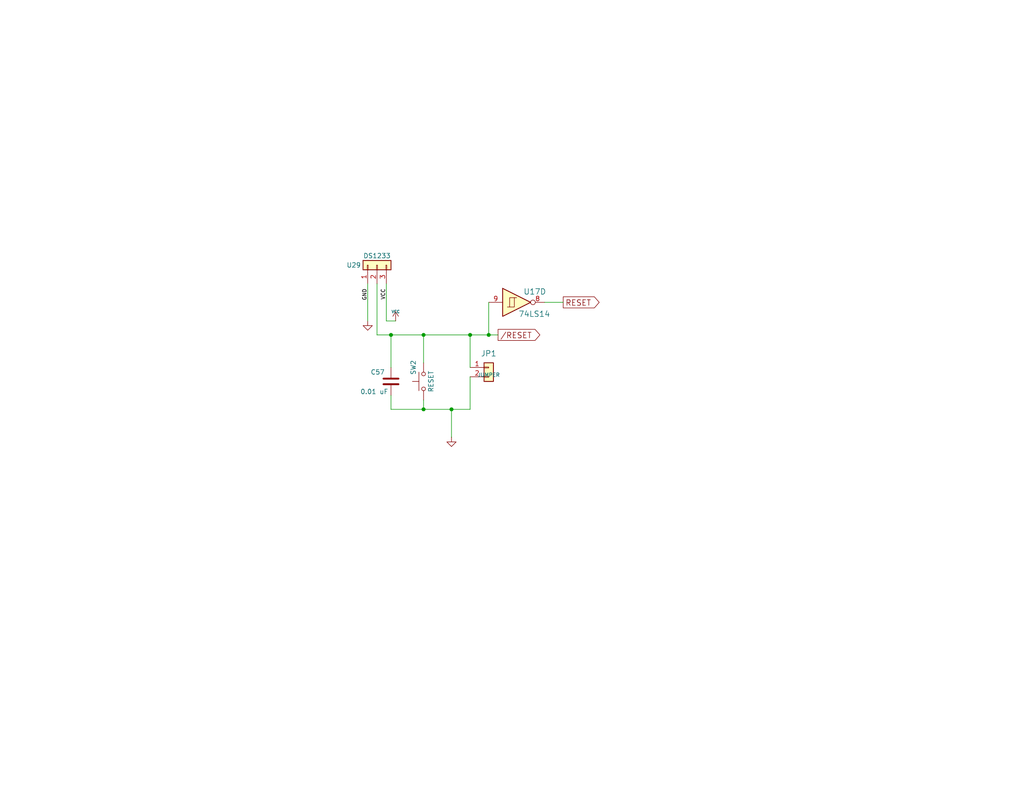
<source format=kicad_sch>
(kicad_sch
	(version 20250114)
	(generator "eeschema")
	(generator_version "9.0")
	(uuid "398f8c0a-b66e-4a20-ae32-57df5bdf4e3a")
	(paper "A")
	(title_block
		(title "6502PC")
		(date "2025-10-05")
		(rev "001")
		(comment 1 "https://github.com/danwerner21/6502PC")
		(comment 2 "Based on work by Andrew Lynch and John Coffman")
	)
	(lib_symbols
		(symbol "74xx:74LS14"
			(pin_names
				(offset 1.016)
			)
			(exclude_from_sim no)
			(in_bom yes)
			(on_board yes)
			(property "Reference" "U"
				(at 0 1.27 0)
				(effects
					(font
						(size 1.27 1.27)
					)
				)
			)
			(property "Value" "74LS14"
				(at 0 -1.27 0)
				(effects
					(font
						(size 1.27 1.27)
					)
				)
			)
			(property "Footprint" ""
				(at 0 0 0)
				(effects
					(font
						(size 1.27 1.27)
					)
					(hide yes)
				)
			)
			(property "Datasheet" "http://www.ti.com/lit/gpn/sn74LS14"
				(at 0 0 0)
				(effects
					(font
						(size 1.27 1.27)
					)
					(hide yes)
				)
			)
			(property "Description" "Hex inverter schmitt trigger"
				(at 0 0 0)
				(effects
					(font
						(size 1.27 1.27)
					)
					(hide yes)
				)
			)
			(property "ki_locked" ""
				(at 0 0 0)
				(effects
					(font
						(size 1.27 1.27)
					)
				)
			)
			(property "ki_keywords" "TTL not inverter"
				(at 0 0 0)
				(effects
					(font
						(size 1.27 1.27)
					)
					(hide yes)
				)
			)
			(property "ki_fp_filters" "DIP*W7.62mm*"
				(at 0 0 0)
				(effects
					(font
						(size 1.27 1.27)
					)
					(hide yes)
				)
			)
			(symbol "74LS14_1_0"
				(polyline
					(pts
						(xy -3.81 3.81) (xy -3.81 -3.81) (xy 3.81 0) (xy -3.81 3.81)
					)
					(stroke
						(width 0.254)
						(type default)
					)
					(fill
						(type background)
					)
				)
				(pin input line
					(at -7.62 0 0)
					(length 3.81)
					(name "~"
						(effects
							(font
								(size 1.27 1.27)
							)
						)
					)
					(number "1"
						(effects
							(font
								(size 1.27 1.27)
							)
						)
					)
				)
				(pin output inverted
					(at 7.62 0 180)
					(length 3.81)
					(name "~"
						(effects
							(font
								(size 1.27 1.27)
							)
						)
					)
					(number "2"
						(effects
							(font
								(size 1.27 1.27)
							)
						)
					)
				)
			)
			(symbol "74LS14_1_1"
				(polyline
					(pts
						(xy -2.54 -1.27) (xy -0.635 -1.27) (xy -0.635 1.27) (xy 0 1.27)
					)
					(stroke
						(width 0)
						(type default)
					)
					(fill
						(type none)
					)
				)
				(polyline
					(pts
						(xy -1.905 -1.27) (xy -1.905 1.27) (xy -0.635 1.27)
					)
					(stroke
						(width 0)
						(type default)
					)
					(fill
						(type none)
					)
				)
			)
			(symbol "74LS14_2_0"
				(polyline
					(pts
						(xy -3.81 3.81) (xy -3.81 -3.81) (xy 3.81 0) (xy -3.81 3.81)
					)
					(stroke
						(width 0.254)
						(type default)
					)
					(fill
						(type background)
					)
				)
				(pin input line
					(at -7.62 0 0)
					(length 3.81)
					(name "~"
						(effects
							(font
								(size 1.27 1.27)
							)
						)
					)
					(number "3"
						(effects
							(font
								(size 1.27 1.27)
							)
						)
					)
				)
				(pin output inverted
					(at 7.62 0 180)
					(length 3.81)
					(name "~"
						(effects
							(font
								(size 1.27 1.27)
							)
						)
					)
					(number "4"
						(effects
							(font
								(size 1.27 1.27)
							)
						)
					)
				)
			)
			(symbol "74LS14_2_1"
				(polyline
					(pts
						(xy -2.54 -1.27) (xy -0.635 -1.27) (xy -0.635 1.27) (xy 0 1.27)
					)
					(stroke
						(width 0)
						(type default)
					)
					(fill
						(type none)
					)
				)
				(polyline
					(pts
						(xy -1.905 -1.27) (xy -1.905 1.27) (xy -0.635 1.27)
					)
					(stroke
						(width 0)
						(type default)
					)
					(fill
						(type none)
					)
				)
			)
			(symbol "74LS14_3_0"
				(polyline
					(pts
						(xy -3.81 3.81) (xy -3.81 -3.81) (xy 3.81 0) (xy -3.81 3.81)
					)
					(stroke
						(width 0.254)
						(type default)
					)
					(fill
						(type background)
					)
				)
				(pin input line
					(at -7.62 0 0)
					(length 3.81)
					(name "~"
						(effects
							(font
								(size 1.27 1.27)
							)
						)
					)
					(number "5"
						(effects
							(font
								(size 1.27 1.27)
							)
						)
					)
				)
				(pin output inverted
					(at 7.62 0 180)
					(length 3.81)
					(name "~"
						(effects
							(font
								(size 1.27 1.27)
							)
						)
					)
					(number "6"
						(effects
							(font
								(size 1.27 1.27)
							)
						)
					)
				)
			)
			(symbol "74LS14_3_1"
				(polyline
					(pts
						(xy -2.54 -1.27) (xy -0.635 -1.27) (xy -0.635 1.27) (xy 0 1.27)
					)
					(stroke
						(width 0)
						(type default)
					)
					(fill
						(type none)
					)
				)
				(polyline
					(pts
						(xy -1.905 -1.27) (xy -1.905 1.27) (xy -0.635 1.27)
					)
					(stroke
						(width 0)
						(type default)
					)
					(fill
						(type none)
					)
				)
			)
			(symbol "74LS14_4_0"
				(polyline
					(pts
						(xy -3.81 3.81) (xy -3.81 -3.81) (xy 3.81 0) (xy -3.81 3.81)
					)
					(stroke
						(width 0.254)
						(type default)
					)
					(fill
						(type background)
					)
				)
				(pin input line
					(at -7.62 0 0)
					(length 3.81)
					(name "~"
						(effects
							(font
								(size 1.27 1.27)
							)
						)
					)
					(number "9"
						(effects
							(font
								(size 1.27 1.27)
							)
						)
					)
				)
				(pin output inverted
					(at 7.62 0 180)
					(length 3.81)
					(name "~"
						(effects
							(font
								(size 1.27 1.27)
							)
						)
					)
					(number "8"
						(effects
							(font
								(size 1.27 1.27)
							)
						)
					)
				)
			)
			(symbol "74LS14_4_1"
				(polyline
					(pts
						(xy -2.54 -1.27) (xy -0.635 -1.27) (xy -0.635 1.27) (xy 0 1.27)
					)
					(stroke
						(width 0)
						(type default)
					)
					(fill
						(type none)
					)
				)
				(polyline
					(pts
						(xy -1.905 -1.27) (xy -1.905 1.27) (xy -0.635 1.27)
					)
					(stroke
						(width 0)
						(type default)
					)
					(fill
						(type none)
					)
				)
			)
			(symbol "74LS14_5_0"
				(polyline
					(pts
						(xy -3.81 3.81) (xy -3.81 -3.81) (xy 3.81 0) (xy -3.81 3.81)
					)
					(stroke
						(width 0.254)
						(type default)
					)
					(fill
						(type background)
					)
				)
				(pin input line
					(at -7.62 0 0)
					(length 3.81)
					(name "~"
						(effects
							(font
								(size 1.27 1.27)
							)
						)
					)
					(number "11"
						(effects
							(font
								(size 1.27 1.27)
							)
						)
					)
				)
				(pin output inverted
					(at 7.62 0 180)
					(length 3.81)
					(name "~"
						(effects
							(font
								(size 1.27 1.27)
							)
						)
					)
					(number "10"
						(effects
							(font
								(size 1.27 1.27)
							)
						)
					)
				)
			)
			(symbol "74LS14_5_1"
				(polyline
					(pts
						(xy -2.54 -1.27) (xy -0.635 -1.27) (xy -0.635 1.27) (xy 0 1.27)
					)
					(stroke
						(width 0)
						(type default)
					)
					(fill
						(type none)
					)
				)
				(polyline
					(pts
						(xy -1.905 -1.27) (xy -1.905 1.27) (xy -0.635 1.27)
					)
					(stroke
						(width 0)
						(type default)
					)
					(fill
						(type none)
					)
				)
			)
			(symbol "74LS14_6_0"
				(polyline
					(pts
						(xy -3.81 3.81) (xy -3.81 -3.81) (xy 3.81 0) (xy -3.81 3.81)
					)
					(stroke
						(width 0.254)
						(type default)
					)
					(fill
						(type background)
					)
				)
				(pin input line
					(at -7.62 0 0)
					(length 3.81)
					(name "~"
						(effects
							(font
								(size 1.27 1.27)
							)
						)
					)
					(number "13"
						(effects
							(font
								(size 1.27 1.27)
							)
						)
					)
				)
				(pin output inverted
					(at 7.62 0 180)
					(length 3.81)
					(name "~"
						(effects
							(font
								(size 1.27 1.27)
							)
						)
					)
					(number "12"
						(effects
							(font
								(size 1.27 1.27)
							)
						)
					)
				)
			)
			(symbol "74LS14_6_1"
				(polyline
					(pts
						(xy -2.54 -1.27) (xy -0.635 -1.27) (xy -0.635 1.27) (xy 0 1.27)
					)
					(stroke
						(width 0)
						(type default)
					)
					(fill
						(type none)
					)
				)
				(polyline
					(pts
						(xy -1.905 -1.27) (xy -1.905 1.27) (xy -0.635 1.27)
					)
					(stroke
						(width 0)
						(type default)
					)
					(fill
						(type none)
					)
				)
			)
			(symbol "74LS14_7_0"
				(pin power_in line
					(at 0 12.7 270)
					(length 5.08)
					(name "VCC"
						(effects
							(font
								(size 1.27 1.27)
							)
						)
					)
					(number "14"
						(effects
							(font
								(size 1.27 1.27)
							)
						)
					)
				)
				(pin power_in line
					(at 0 -12.7 90)
					(length 5.08)
					(name "GND"
						(effects
							(font
								(size 1.27 1.27)
							)
						)
					)
					(number "7"
						(effects
							(font
								(size 1.27 1.27)
							)
						)
					)
				)
			)
			(symbol "74LS14_7_1"
				(rectangle
					(start -5.08 7.62)
					(end 5.08 -7.62)
					(stroke
						(width 0.254)
						(type default)
					)
					(fill
						(type background)
					)
				)
			)
			(embedded_fonts no)
		)
		(symbol "Connector_Generic:Conn_01x02"
			(pin_names
				(offset 1.016)
				(hide yes)
			)
			(exclude_from_sim no)
			(in_bom yes)
			(on_board yes)
			(property "Reference" "J"
				(at 0 2.54 0)
				(effects
					(font
						(size 1.27 1.27)
					)
				)
			)
			(property "Value" "Conn_01x02"
				(at 0 -5.08 0)
				(effects
					(font
						(size 1.27 1.27)
					)
				)
			)
			(property "Footprint" ""
				(at 0 0 0)
				(effects
					(font
						(size 1.27 1.27)
					)
					(hide yes)
				)
			)
			(property "Datasheet" "~"
				(at 0 0 0)
				(effects
					(font
						(size 1.27 1.27)
					)
					(hide yes)
				)
			)
			(property "Description" "Generic connector, single row, 01x02, script generated (kicad-library-utils/schlib/autogen/connector/)"
				(at 0 0 0)
				(effects
					(font
						(size 1.27 1.27)
					)
					(hide yes)
				)
			)
			(property "ki_keywords" "connector"
				(at 0 0 0)
				(effects
					(font
						(size 1.27 1.27)
					)
					(hide yes)
				)
			)
			(property "ki_fp_filters" "Connector*:*_1x??_*"
				(at 0 0 0)
				(effects
					(font
						(size 1.27 1.27)
					)
					(hide yes)
				)
			)
			(symbol "Conn_01x02_1_1"
				(rectangle
					(start -1.27 1.27)
					(end 1.27 -3.81)
					(stroke
						(width 0.254)
						(type default)
					)
					(fill
						(type background)
					)
				)
				(rectangle
					(start -1.27 0.127)
					(end 0 -0.127)
					(stroke
						(width 0.1524)
						(type default)
					)
					(fill
						(type none)
					)
				)
				(rectangle
					(start -1.27 -2.413)
					(end 0 -2.667)
					(stroke
						(width 0.1524)
						(type default)
					)
					(fill
						(type none)
					)
				)
				(pin passive line
					(at -5.08 0 0)
					(length 3.81)
					(name "Pin_1"
						(effects
							(font
								(size 1.27 1.27)
							)
						)
					)
					(number "1"
						(effects
							(font
								(size 1.27 1.27)
							)
						)
					)
				)
				(pin passive line
					(at -5.08 -2.54 0)
					(length 3.81)
					(name "Pin_2"
						(effects
							(font
								(size 1.27 1.27)
							)
						)
					)
					(number "2"
						(effects
							(font
								(size 1.27 1.27)
							)
						)
					)
				)
			)
			(embedded_fonts no)
		)
		(symbol "Connector_Generic:Conn_01x03"
			(pin_names
				(offset 1.016)
				(hide yes)
			)
			(exclude_from_sim no)
			(in_bom yes)
			(on_board yes)
			(property "Reference" "J"
				(at 0 5.08 0)
				(effects
					(font
						(size 1.27 1.27)
					)
				)
			)
			(property "Value" "Conn_01x03"
				(at 0 -5.08 0)
				(effects
					(font
						(size 1.27 1.27)
					)
				)
			)
			(property "Footprint" ""
				(at 0 0 0)
				(effects
					(font
						(size 1.27 1.27)
					)
					(hide yes)
				)
			)
			(property "Datasheet" "~"
				(at 0 0 0)
				(effects
					(font
						(size 1.27 1.27)
					)
					(hide yes)
				)
			)
			(property "Description" "Generic connector, single row, 01x03, script generated (kicad-library-utils/schlib/autogen/connector/)"
				(at 0 0 0)
				(effects
					(font
						(size 1.27 1.27)
					)
					(hide yes)
				)
			)
			(property "ki_keywords" "connector"
				(at 0 0 0)
				(effects
					(font
						(size 1.27 1.27)
					)
					(hide yes)
				)
			)
			(property "ki_fp_filters" "Connector*:*_1x??_*"
				(at 0 0 0)
				(effects
					(font
						(size 1.27 1.27)
					)
					(hide yes)
				)
			)
			(symbol "Conn_01x03_1_1"
				(rectangle
					(start -1.27 3.81)
					(end 1.27 -3.81)
					(stroke
						(width 0.254)
						(type default)
					)
					(fill
						(type background)
					)
				)
				(rectangle
					(start -1.27 2.667)
					(end 0 2.413)
					(stroke
						(width 0.1524)
						(type default)
					)
					(fill
						(type none)
					)
				)
				(rectangle
					(start -1.27 0.127)
					(end 0 -0.127)
					(stroke
						(width 0.1524)
						(type default)
					)
					(fill
						(type none)
					)
				)
				(rectangle
					(start -1.27 -2.413)
					(end 0 -2.667)
					(stroke
						(width 0.1524)
						(type default)
					)
					(fill
						(type none)
					)
				)
				(pin passive line
					(at -5.08 2.54 0)
					(length 3.81)
					(name "Pin_1"
						(effects
							(font
								(size 1.27 1.27)
							)
						)
					)
					(number "1"
						(effects
							(font
								(size 1.27 1.27)
							)
						)
					)
				)
				(pin passive line
					(at -5.08 0 0)
					(length 3.81)
					(name "Pin_2"
						(effects
							(font
								(size 1.27 1.27)
							)
						)
					)
					(number "2"
						(effects
							(font
								(size 1.27 1.27)
							)
						)
					)
				)
				(pin passive line
					(at -5.08 -2.54 0)
					(length 3.81)
					(name "Pin_3"
						(effects
							(font
								(size 1.27 1.27)
							)
						)
					)
					(number "3"
						(effects
							(font
								(size 1.27 1.27)
							)
						)
					)
				)
			)
			(embedded_fonts no)
		)
		(symbol "Device:C"
			(pin_numbers
				(hide yes)
			)
			(pin_names
				(offset 0.254)
			)
			(exclude_from_sim no)
			(in_bom yes)
			(on_board yes)
			(property "Reference" "C"
				(at 0.635 2.54 0)
				(effects
					(font
						(size 1.27 1.27)
					)
					(justify left)
				)
			)
			(property "Value" "C"
				(at 0.635 -2.54 0)
				(effects
					(font
						(size 1.27 1.27)
					)
					(justify left)
				)
			)
			(property "Footprint" ""
				(at 0.9652 -3.81 0)
				(effects
					(font
						(size 1.27 1.27)
					)
					(hide yes)
				)
			)
			(property "Datasheet" "~"
				(at 0 0 0)
				(effects
					(font
						(size 1.27 1.27)
					)
					(hide yes)
				)
			)
			(property "Description" "Unpolarized capacitor"
				(at 0 0 0)
				(effects
					(font
						(size 1.27 1.27)
					)
					(hide yes)
				)
			)
			(property "ki_keywords" "cap capacitor"
				(at 0 0 0)
				(effects
					(font
						(size 1.27 1.27)
					)
					(hide yes)
				)
			)
			(property "ki_fp_filters" "C_*"
				(at 0 0 0)
				(effects
					(font
						(size 1.27 1.27)
					)
					(hide yes)
				)
			)
			(symbol "C_0_1"
				(polyline
					(pts
						(xy -2.032 0.762) (xy 2.032 0.762)
					)
					(stroke
						(width 0.508)
						(type default)
					)
					(fill
						(type none)
					)
				)
				(polyline
					(pts
						(xy -2.032 -0.762) (xy 2.032 -0.762)
					)
					(stroke
						(width 0.508)
						(type default)
					)
					(fill
						(type none)
					)
				)
			)
			(symbol "C_1_1"
				(pin passive line
					(at 0 3.81 270)
					(length 2.794)
					(name "~"
						(effects
							(font
								(size 1.27 1.27)
							)
						)
					)
					(number "1"
						(effects
							(font
								(size 1.27 1.27)
							)
						)
					)
				)
				(pin passive line
					(at 0 -3.81 90)
					(length 2.794)
					(name "~"
						(effects
							(font
								(size 1.27 1.27)
							)
						)
					)
					(number "2"
						(effects
							(font
								(size 1.27 1.27)
							)
						)
					)
				)
			)
			(embedded_fonts no)
		)
		(symbol "Switch:SW_Push"
			(pin_numbers
				(hide yes)
			)
			(pin_names
				(offset 1.016)
				(hide yes)
			)
			(exclude_from_sim no)
			(in_bom yes)
			(on_board yes)
			(property "Reference" "SW"
				(at 1.27 2.54 0)
				(effects
					(font
						(size 1.27 1.27)
					)
					(justify left)
				)
			)
			(property "Value" "SW_Push"
				(at 0 -1.524 0)
				(effects
					(font
						(size 1.27 1.27)
					)
				)
			)
			(property "Footprint" ""
				(at 0 5.08 0)
				(effects
					(font
						(size 1.27 1.27)
					)
					(hide yes)
				)
			)
			(property "Datasheet" "~"
				(at 0 5.08 0)
				(effects
					(font
						(size 1.27 1.27)
					)
					(hide yes)
				)
			)
			(property "Description" "Push button switch, generic, two pins"
				(at 0 0 0)
				(effects
					(font
						(size 1.27 1.27)
					)
					(hide yes)
				)
			)
			(property "ki_keywords" "switch normally-open pushbutton push-button"
				(at 0 0 0)
				(effects
					(font
						(size 1.27 1.27)
					)
					(hide yes)
				)
			)
			(symbol "SW_Push_0_1"
				(circle
					(center -2.032 0)
					(radius 0.508)
					(stroke
						(width 0)
						(type default)
					)
					(fill
						(type none)
					)
				)
				(polyline
					(pts
						(xy 0 1.27) (xy 0 3.048)
					)
					(stroke
						(width 0)
						(type default)
					)
					(fill
						(type none)
					)
				)
				(circle
					(center 2.032 0)
					(radius 0.508)
					(stroke
						(width 0)
						(type default)
					)
					(fill
						(type none)
					)
				)
				(polyline
					(pts
						(xy 2.54 1.27) (xy -2.54 1.27)
					)
					(stroke
						(width 0)
						(type default)
					)
					(fill
						(type none)
					)
				)
				(pin passive line
					(at -5.08 0 0)
					(length 2.54)
					(name "1"
						(effects
							(font
								(size 1.27 1.27)
							)
						)
					)
					(number "1"
						(effects
							(font
								(size 1.27 1.27)
							)
						)
					)
				)
				(pin passive line
					(at 5.08 0 180)
					(length 2.54)
					(name "2"
						(effects
							(font
								(size 1.27 1.27)
							)
						)
					)
					(number "2"
						(effects
							(font
								(size 1.27 1.27)
							)
						)
					)
				)
			)
			(embedded_fonts no)
		)
		(symbol "power:GND"
			(power)
			(pin_numbers
				(hide yes)
			)
			(pin_names
				(offset 0)
				(hide yes)
			)
			(exclude_from_sim no)
			(in_bom yes)
			(on_board yes)
			(property "Reference" "#PWR"
				(at 0 -6.35 0)
				(effects
					(font
						(size 1.27 1.27)
					)
					(hide yes)
				)
			)
			(property "Value" "GND"
				(at 0 -3.81 0)
				(effects
					(font
						(size 1.27 1.27)
					)
				)
			)
			(property "Footprint" ""
				(at 0 0 0)
				(effects
					(font
						(size 1.27 1.27)
					)
					(hide yes)
				)
			)
			(property "Datasheet" ""
				(at 0 0 0)
				(effects
					(font
						(size 1.27 1.27)
					)
					(hide yes)
				)
			)
			(property "Description" "Power symbol creates a global label with name \"GND\" , ground"
				(at 0 0 0)
				(effects
					(font
						(size 1.27 1.27)
					)
					(hide yes)
				)
			)
			(property "ki_keywords" "global power"
				(at 0 0 0)
				(effects
					(font
						(size 1.27 1.27)
					)
					(hide yes)
				)
			)
			(symbol "GND_0_1"
				(polyline
					(pts
						(xy 0 0) (xy 0 -1.27) (xy 1.27 -1.27) (xy 0 -2.54) (xy -1.27 -1.27) (xy 0 -1.27)
					)
					(stroke
						(width 0)
						(type default)
					)
					(fill
						(type none)
					)
				)
			)
			(symbol "GND_1_1"
				(pin power_in line
					(at 0 0 270)
					(length 0)
					(name "~"
						(effects
							(font
								(size 1.27 1.27)
							)
						)
					)
					(number "1"
						(effects
							(font
								(size 1.27 1.27)
							)
						)
					)
				)
			)
			(embedded_fonts no)
		)
		(symbol "power:VCC"
			(power)
			(pin_numbers
				(hide yes)
			)
			(pin_names
				(offset 0)
				(hide yes)
			)
			(exclude_from_sim no)
			(in_bom yes)
			(on_board yes)
			(property "Reference" "#PWR"
				(at 0 -3.81 0)
				(effects
					(font
						(size 1.27 1.27)
					)
					(hide yes)
				)
			)
			(property "Value" "VCC"
				(at 0 3.556 0)
				(effects
					(font
						(size 1.27 1.27)
					)
				)
			)
			(property "Footprint" ""
				(at 0 0 0)
				(effects
					(font
						(size 1.27 1.27)
					)
					(hide yes)
				)
			)
			(property "Datasheet" ""
				(at 0 0 0)
				(effects
					(font
						(size 1.27 1.27)
					)
					(hide yes)
				)
			)
			(property "Description" "Power symbol creates a global label with name \"VCC\""
				(at 0 0 0)
				(effects
					(font
						(size 1.27 1.27)
					)
					(hide yes)
				)
			)
			(property "ki_keywords" "global power"
				(at 0 0 0)
				(effects
					(font
						(size 1.27 1.27)
					)
					(hide yes)
				)
			)
			(symbol "VCC_0_1"
				(polyline
					(pts
						(xy -0.762 1.27) (xy 0 2.54)
					)
					(stroke
						(width 0)
						(type default)
					)
					(fill
						(type none)
					)
				)
				(polyline
					(pts
						(xy 0 2.54) (xy 0.762 1.27)
					)
					(stroke
						(width 0)
						(type default)
					)
					(fill
						(type none)
					)
				)
				(polyline
					(pts
						(xy 0 0) (xy 0 2.54)
					)
					(stroke
						(width 0)
						(type default)
					)
					(fill
						(type none)
					)
				)
			)
			(symbol "VCC_1_1"
				(pin power_in line
					(at 0 0 90)
					(length 0)
					(name "~"
						(effects
							(font
								(size 1.27 1.27)
							)
						)
					)
					(number "1"
						(effects
							(font
								(size 1.27 1.27)
							)
						)
					)
				)
			)
			(embedded_fonts no)
		)
	)
	(junction
		(at 115.57 91.44)
		(diameter 0)
		(color 0 0 0 0)
		(uuid "525661d3-34db-4665-b605-bedfb3808e36")
	)
	(junction
		(at 133.35 91.44)
		(diameter 0)
		(color 0 0 0 0)
		(uuid "55a6d4bc-ab41-4b65-af6d-30b38a44364e")
	)
	(junction
		(at 106.68 91.44)
		(diameter 0)
		(color 0 0 0 0)
		(uuid "5d76d5bb-5c97-4129-8f10-f566d0a265a4")
	)
	(junction
		(at 123.19 111.76)
		(diameter 0)
		(color 0 0 0 0)
		(uuid "7f90d6ce-9c03-4812-8a66-70dc7759a163")
	)
	(junction
		(at 128.27 91.44)
		(diameter 0)
		(color 0 0 0 0)
		(uuid "8a0c761e-5b18-4aac-acbb-880a94b9fdf7")
	)
	(junction
		(at 115.57 111.76)
		(diameter 0)
		(color 0 0 0 0)
		(uuid "9df9a234-e2ed-4ce0-abe4-4a10b588d28d")
	)
	(wire
		(pts
			(xy 105.41 87.63) (xy 107.95 87.63)
		)
		(stroke
			(width 0)
			(type default)
		)
		(uuid "04e01f08-fc3a-4a5f-b4c3-ed540f504d37")
	)
	(wire
		(pts
			(xy 106.68 91.44) (xy 115.57 91.44)
		)
		(stroke
			(width 0)
			(type default)
		)
		(uuid "24b26746-53a8-44b5-8bbc-7447094a6ffb")
	)
	(wire
		(pts
			(xy 128.27 91.44) (xy 128.27 100.33)
		)
		(stroke
			(width 0)
			(type default)
		)
		(uuid "24f8e37f-d8b5-454d-82e2-3595fec6217a")
	)
	(wire
		(pts
			(xy 100.33 77.47) (xy 100.33 87.63)
		)
		(stroke
			(width 0)
			(type default)
		)
		(uuid "2fd6306a-1318-4286-b62c-a6c54a47b395")
	)
	(wire
		(pts
			(xy 115.57 91.44) (xy 128.27 91.44)
		)
		(stroke
			(width 0)
			(type default)
		)
		(uuid "32e695a0-8c72-4548-a191-b1619369453a")
	)
	(wire
		(pts
			(xy 148.59 82.55) (xy 153.67 82.55)
		)
		(stroke
			(width 0)
			(type default)
		)
		(uuid "35e97902-0fd6-42bc-9312-163793299383")
	)
	(wire
		(pts
			(xy 115.57 111.76) (xy 123.19 111.76)
		)
		(stroke
			(width 0)
			(type default)
		)
		(uuid "376f9bcc-3799-4f23-bb6a-7ebd0b24e2ed")
	)
	(wire
		(pts
			(xy 115.57 91.44) (xy 115.57 99.06)
		)
		(stroke
			(width 0)
			(type default)
		)
		(uuid "37ba6967-3671-4e48-9621-fab25db41a72")
	)
	(wire
		(pts
			(xy 133.35 91.44) (xy 135.89 91.44)
		)
		(stroke
			(width 0)
			(type default)
		)
		(uuid "3dc8787e-8fe7-47e9-acf4-e805b59c5c23")
	)
	(wire
		(pts
			(xy 105.41 77.47) (xy 105.41 87.63)
		)
		(stroke
			(width 0)
			(type default)
		)
		(uuid "426ad8d9-6945-49cc-bef6-e824895bda54")
	)
	(wire
		(pts
			(xy 106.68 107.95) (xy 106.68 111.76)
		)
		(stroke
			(width 0)
			(type default)
		)
		(uuid "589c6b8b-eee7-40e7-868a-927a94ceae16")
	)
	(wire
		(pts
			(xy 128.27 102.87) (xy 128.27 111.76)
		)
		(stroke
			(width 0)
			(type default)
		)
		(uuid "6198753f-a6c7-4e4c-be46-f82df578f0ac")
	)
	(wire
		(pts
			(xy 123.19 111.76) (xy 123.19 119.38)
		)
		(stroke
			(width 0)
			(type default)
		)
		(uuid "7ea63acc-86e1-41f2-b879-7f1952b2ea41")
	)
	(wire
		(pts
			(xy 106.68 91.44) (xy 106.68 100.33)
		)
		(stroke
			(width 0)
			(type default)
		)
		(uuid "9cf6279f-5eed-44ea-b6cb-312642384569")
	)
	(wire
		(pts
			(xy 115.57 109.22) (xy 115.57 111.76)
		)
		(stroke
			(width 0)
			(type default)
		)
		(uuid "b823ec84-d601-4706-b021-807764eb6518")
	)
	(wire
		(pts
			(xy 102.87 77.47) (xy 102.87 91.44)
		)
		(stroke
			(width 0)
			(type default)
		)
		(uuid "cfbb7810-e3c8-451b-9bed-5f237aab1b55")
	)
	(wire
		(pts
			(xy 133.35 82.55) (xy 133.35 91.44)
		)
		(stroke
			(width 0)
			(type default)
		)
		(uuid "cff35b33-74ea-4d33-998a-6f8353124869")
	)
	(wire
		(pts
			(xy 106.68 111.76) (xy 115.57 111.76)
		)
		(stroke
			(width 0)
			(type default)
		)
		(uuid "e4966056-ec44-4631-97e4-574a6deb5eb5")
	)
	(wire
		(pts
			(xy 102.87 91.44) (xy 106.68 91.44)
		)
		(stroke
			(width 0)
			(type default)
		)
		(uuid "e4e28c15-6c4f-483e-b5d6-1570d54bb099")
	)
	(wire
		(pts
			(xy 128.27 91.44) (xy 133.35 91.44)
		)
		(stroke
			(width 0)
			(type default)
		)
		(uuid "ee8d71c9-effa-447a-b1d7-6c9da9a31af1")
	)
	(wire
		(pts
			(xy 123.19 111.76) (xy 128.27 111.76)
		)
		(stroke
			(width 0)
			(type default)
		)
		(uuid "fdebd2bb-f701-4392-a2dd-499c5f09f169")
	)
	(label "VCC"
		(at 105.41 78.74 270)
		(effects
			(font
				(size 1.016 1.016)
			)
			(justify right bottom)
		)
		(uuid "23fffb12-fb5c-4304-9979-d2c26a5fcb40")
	)
	(label "GND"
		(at 100.33 78.74 270)
		(effects
			(font
				(size 1.016 1.016)
			)
			(justify right bottom)
		)
		(uuid "bc8052c1-77b2-488b-a15e-a2df742e0258")
	)
	(global_label "RESET"
		(shape output)
		(at 153.67 82.55 0)
		(effects
			(font
				(size 1.524 1.524)
			)
			(justify left)
		)
		(uuid "496d978f-6f0b-4097-9d9b-fb21acfe0047")
		(property "Intersheetrefs" "${INTERSHEET_REFS}"
			(at 153.67 82.55 0)
			(effects
				(font
					(size 1.27 1.27)
				)
				(hide yes)
			)
		)
	)
	(global_label "{slash}RESET"
		(shape output)
		(at 135.89 91.44 0)
		(effects
			(font
				(size 1.524 1.524)
			)
			(justify left)
		)
		(uuid "a38c571c-3f44-4d82-b6ea-b9b798e72f45")
		(property "Intersheetrefs" "${INTERSHEET_REFS}"
			(at 135.89 91.44 0)
			(effects
				(font
					(size 1.27 1.27)
				)
				(hide yes)
			)
		)
	)
	(symbol
		(lib_id "Connector_Generic:Conn_01x02")
		(at 133.35 100.33 0)
		(unit 1)
		(exclude_from_sim no)
		(in_bom yes)
		(on_board yes)
		(dnp no)
		(uuid "00000000-0000-0000-0000-0000526d87a5")
		(property "Reference" "JP1"
			(at 133.35 96.52 0)
			(effects
				(font
					(size 1.524 1.524)
				)
			)
		)
		(property "Value" "JUMPER"
			(at 133.35 102.362 0)
			(effects
				(font
					(size 1.016 1.016)
				)
			)
		)
		(property "Footprint" "Custom:STD_DDW_PINHEAD_V_1x02"
			(at 133.35 100.33 0)
			(effects
				(font
					(size 1.27 1.27)
				)
				(hide yes)
			)
		)
		(property "Datasheet" "~"
			(at 133.35 100.33 0)
			(effects
				(font
					(size 1.27 1.27)
				)
				(hide yes)
			)
		)
		(property "Description" "Generic connector, single row, 01x02, script generated (kicad-library-utils/schlib/autogen/connector/)"
			(at 133.35 100.33 0)
			(effects
				(font
					(size 1.27 1.27)
				)
				(hide yes)
			)
		)
		(pin "1"
			(uuid "25939dcb-2372-4ef4-8971-3207030a0b10")
		)
		(pin "2"
			(uuid "f4b52c56-a6d8-419d-8eb1-2cf378edaf75")
		)
		(instances
			(project "6x0x-6U"
				(path "/d94f9d60-5ece-4752-b49c-b0d1c95f35bc/00000000-0000-0000-0000-0000526d81d3"
					(reference "JP1")
					(unit 1)
				)
			)
		)
	)
	(symbol
		(lib_id "Switch:SW_Push")
		(at 115.57 104.14 90)
		(unit 1)
		(exclude_from_sim no)
		(in_bom yes)
		(on_board yes)
		(dnp no)
		(uuid "00000000-0000-0000-0000-0000526d87e3")
		(property "Reference" "SW2"
			(at 112.776 100.33 0)
			(effects
				(font
					(size 1.27 1.27)
				)
			)
		)
		(property "Value" "RESET"
			(at 117.602 104.14 0)
			(effects
				(font
					(size 1.27 1.27)
				)
			)
		)
		(property "Footprint" "Custom:STD_DDW_TACTSW"
			(at 110.49 104.14 0)
			(effects
				(font
					(size 1.27 1.27)
				)
				(hide yes)
			)
		)
		(property "Datasheet" "~"
			(at 110.49 104.14 0)
			(effects
				(font
					(size 1.27 1.27)
				)
				(hide yes)
			)
		)
		(property "Description" "Push button switch, generic, two pins"
			(at 115.57 104.14 0)
			(effects
				(font
					(size 1.27 1.27)
				)
				(hide yes)
			)
		)
		(pin "1"
			(uuid "f11674de-5351-48ab-a632-ff035ff9cd97")
		)
		(pin "2"
			(uuid "a55450b7-7478-421f-8013-b7af8c3822c0")
		)
		(instances
			(project "6x0x-6U"
				(path "/d94f9d60-5ece-4752-b49c-b0d1c95f35bc/00000000-0000-0000-0000-0000526d81d3"
					(reference "SW2")
					(unit 1)
				)
			)
		)
	)
	(symbol
		(lib_id "Device:C")
		(at 106.68 104.14 0)
		(unit 1)
		(exclude_from_sim no)
		(in_bom yes)
		(on_board yes)
		(dnp no)
		(uuid "4a49356b-b15d-4d28-96ae-8eab0877167e")
		(property "Reference" "C57"
			(at 101.092 101.6 0)
			(effects
				(font
					(size 1.27 1.27)
				)
				(justify left)
			)
		)
		(property "Value" "0.01 uF"
			(at 98.298 106.934 0)
			(effects
				(font
					(size 1.27 1.27)
				)
				(justify left)
			)
		)
		(property "Footprint" "Custom:STD_DDW_CAP"
			(at 107.6452 107.95 0)
			(effects
				(font
					(size 1.27 1.27)
				)
				(hide yes)
			)
		)
		(property "Datasheet" "~"
			(at 106.68 104.14 0)
			(effects
				(font
					(size 1.27 1.27)
				)
				(hide yes)
			)
		)
		(property "Description" "Unpolarized capacitor"
			(at 106.68 104.14 0)
			(effects
				(font
					(size 1.27 1.27)
				)
				(hide yes)
			)
		)
		(pin "2"
			(uuid "a09366ff-a479-4eb7-8104-7573a5c9d6da")
		)
		(pin "1"
			(uuid "8cfd8a03-70c6-4729-b280-d4f02b127043")
		)
		(instances
			(project "6809PC-6U"
				(path "/d94f9d60-5ece-4752-b49c-b0d1c95f35bc/00000000-0000-0000-0000-0000526d81d3"
					(reference "C57")
					(unit 1)
				)
			)
		)
	)
	(symbol
		(lib_id "power:GND")
		(at 100.33 87.63 0)
		(unit 1)
		(exclude_from_sim no)
		(in_bom yes)
		(on_board yes)
		(dnp no)
		(uuid "591169f1-95bb-465b-8423-da7b11e6fffd")
		(property "Reference" "#PWR0102"
			(at 100.33 87.63 0)
			(effects
				(font
					(size 0.762 0.762)
				)
				(hide yes)
			)
		)
		(property "Value" "GND"
			(at 100.33 89.408 0)
			(effects
				(font
					(size 0.762 0.762)
				)
				(hide yes)
			)
		)
		(property "Footprint" ""
			(at 100.33 87.63 0)
			(effects
				(font
					(size 1.27 1.27)
				)
				(hide yes)
			)
		)
		(property "Datasheet" ""
			(at 100.33 87.63 0)
			(effects
				(font
					(size 1.27 1.27)
				)
				(hide yes)
			)
		)
		(property "Description" "Power symbol creates a global label with name \"GND\" , ground"
			(at 100.33 87.63 0)
			(effects
				(font
					(size 1.27 1.27)
				)
				(hide yes)
			)
		)
		(pin "1"
			(uuid "899b63a5-a45a-419f-85bf-a9f74fd32288")
		)
		(instances
			(project "6809PC-6U"
				(path "/d94f9d60-5ece-4752-b49c-b0d1c95f35bc/00000000-0000-0000-0000-0000526d81d3"
					(reference "#PWR0102")
					(unit 1)
				)
			)
		)
	)
	(symbol
		(lib_id "Connector_Generic:Conn_01x03")
		(at 102.87 72.39 90)
		(unit 1)
		(exclude_from_sim no)
		(in_bom yes)
		(on_board yes)
		(dnp no)
		(uuid "5aa6e4ac-531c-4ca8-a3a9-032041460313")
		(property "Reference" "U29"
			(at 96.52 72.39 90)
			(effects
				(font
					(size 1.27 1.27)
				)
			)
		)
		(property "Value" "DS1233"
			(at 102.87 69.85 90)
			(effects
				(font
					(size 1.27 1.27)
				)
			)
		)
		(property "Footprint" "Custom:STD_DDW_TO92"
			(at 102.87 72.39 0)
			(effects
				(font
					(size 1.27 1.27)
				)
				(hide yes)
			)
		)
		(property "Datasheet" "~"
			(at 102.87 72.39 0)
			(effects
				(font
					(size 1.27 1.27)
				)
				(hide yes)
			)
		)
		(property "Description" ""
			(at 102.87 72.39 0)
			(effects
				(font
					(size 1.27 1.27)
				)
				(hide yes)
			)
		)
		(pin "1"
			(uuid "de0e2b86-ca90-4929-b009-65c41def9392")
		)
		(pin "2"
			(uuid "b084580f-e0be-446e-8bfe-75caff1a1b49")
		)
		(pin "3"
			(uuid "031fbe17-d4d0-457b-8972-eea83556cb71")
		)
		(instances
			(project "6809PC-6U"
				(path "/d94f9d60-5ece-4752-b49c-b0d1c95f35bc/00000000-0000-0000-0000-0000526d81d3"
					(reference "U29")
					(unit 1)
				)
			)
		)
	)
	(symbol
		(lib_id "power:GND")
		(at 123.19 119.38 0)
		(unit 1)
		(exclude_from_sim no)
		(in_bom yes)
		(on_board yes)
		(dnp no)
		(uuid "8e648acd-34ae-4431-a834-9ab546c9bae4")
		(property "Reference" "#PWR0104"
			(at 123.19 119.38 0)
			(effects
				(font
					(size 0.762 0.762)
				)
				(hide yes)
			)
		)
		(property "Value" "GND"
			(at 123.19 121.158 0)
			(effects
				(font
					(size 0.762 0.762)
				)
				(hide yes)
			)
		)
		(property "Footprint" ""
			(at 123.19 119.38 0)
			(effects
				(font
					(size 1.27 1.27)
				)
				(hide yes)
			)
		)
		(property "Datasheet" ""
			(at 123.19 119.38 0)
			(effects
				(font
					(size 1.27 1.27)
				)
				(hide yes)
			)
		)
		(property "Description" "Power symbol creates a global label with name \"GND\" , ground"
			(at 123.19 119.38 0)
			(effects
				(font
					(size 1.27 1.27)
				)
				(hide yes)
			)
		)
		(pin "1"
			(uuid "c7c6fc26-df18-4d85-b258-29e54c888506")
		)
		(instances
			(project "6809PC-6U"
				(path "/d94f9d60-5ece-4752-b49c-b0d1c95f35bc/00000000-0000-0000-0000-0000526d81d3"
					(reference "#PWR0104")
					(unit 1)
				)
			)
		)
	)
	(symbol
		(lib_id "74xx:74LS14")
		(at 140.97 82.55 0)
		(unit 4)
		(exclude_from_sim no)
		(in_bom yes)
		(on_board yes)
		(dnp no)
		(uuid "bd1d4bf0-5231-4b97-b507-4b5ce282ee38")
		(property "Reference" "U17"
			(at 145.923 79.629 0)
			(effects
				(font
					(size 1.524 1.524)
				)
			)
		)
		(property "Value" "74LS14"
			(at 145.796 85.725 0)
			(effects
				(font
					(size 1.524 1.524)
				)
			)
		)
		(property "Footprint" "Custom:STD_DDW_DIP14"
			(at 140.97 82.55 0)
			(effects
				(font
					(size 1.27 1.27)
				)
				(hide yes)
			)
		)
		(property "Datasheet" "http://www.ti.com/lit/gpn/sn74LS14"
			(at 140.97 82.55 0)
			(effects
				(font
					(size 1.27 1.27)
				)
				(hide yes)
			)
		)
		(property "Description" "Hex inverter schmitt trigger"
			(at 140.97 82.55 0)
			(effects
				(font
					(size 1.27 1.27)
				)
				(hide yes)
			)
		)
		(pin "2"
			(uuid "442854b9-70d3-4d1e-8f2b-c7e2cf3e0bcd")
		)
		(pin "8"
			(uuid "7057fc0c-21f9-49b0-961c-ca6b69974ba4")
		)
		(pin "7"
			(uuid "5f7f392f-5fe6-41f2-9c78-635a7391edf4")
		)
		(pin "9"
			(uuid "9861f050-24df-47a4-b898-c604deb85b98")
		)
		(pin "14"
			(uuid "99902b58-2861-49c4-8826-b0ddc605db9a")
		)
		(pin "1"
			(uuid "3fbe34b4-9357-469c-a1b4-d9db9b51529b")
		)
		(pin "4"
			(uuid "778497bc-0b22-4c4e-9db9-8357454b369c")
		)
		(pin "3"
			(uuid "30942859-13cf-45cb-86b7-dd3374947716")
		)
		(pin "6"
			(uuid "b1736d4c-b499-4737-bfc8-5ec362f06401")
		)
		(pin "5"
			(uuid "1593bfe5-b4d8-491a-832f-80a0e002c562")
		)
		(pin "12"
			(uuid "806b0023-cccc-43f5-a8ad-222e8da77235")
		)
		(pin "13"
			(uuid "00422e38-bc51-4a5e-807f-90be2faa0e12")
		)
		(pin "11"
			(uuid "68172613-5e0e-4dc9-bf9a-bdb13821e455")
		)
		(pin "10"
			(uuid "3c91233a-a290-411e-9142-d065dc2be5fc")
		)
		(instances
			(project "6809PC-6U"
				(path "/d94f9d60-5ece-4752-b49c-b0d1c95f35bc/00000000-0000-0000-0000-0000526d81d3"
					(reference "U17")
					(unit 4)
				)
			)
		)
	)
	(symbol
		(lib_id "power:VCC")
		(at 107.95 87.63 0)
		(unit 1)
		(exclude_from_sim no)
		(in_bom yes)
		(on_board yes)
		(dnp no)
		(uuid "fd69ec36-ec68-4519-981b-ddf52df496cd")
		(property "Reference" "#PWR0103"
			(at 107.95 85.09 0)
			(effects
				(font
					(size 0.762 0.762)
				)
				(hide yes)
			)
		)
		(property "Value" "VCC"
			(at 107.95 85.09 0)
			(effects
				(font
					(size 0.762 0.762)
				)
			)
		)
		(property "Footprint" ""
			(at 107.95 87.63 0)
			(effects
				(font
					(size 1.27 1.27)
				)
				(hide yes)
			)
		)
		(property "Datasheet" ""
			(at 107.95 87.63 0)
			(effects
				(font
					(size 1.27 1.27)
				)
				(hide yes)
			)
		)
		(property "Description" "Power symbol creates a global label with name \"VCC\""
			(at 107.95 87.63 0)
			(effects
				(font
					(size 1.27 1.27)
				)
				(hide yes)
			)
		)
		(pin "1"
			(uuid "8699fa94-82bc-46ee-863e-2e6d614d70ab")
		)
		(instances
			(project "6809PC-6U"
				(path "/d94f9d60-5ece-4752-b49c-b0d1c95f35bc/00000000-0000-0000-0000-0000526d81d3"
					(reference "#PWR0103")
					(unit 1)
				)
			)
		)
	)
)

</source>
